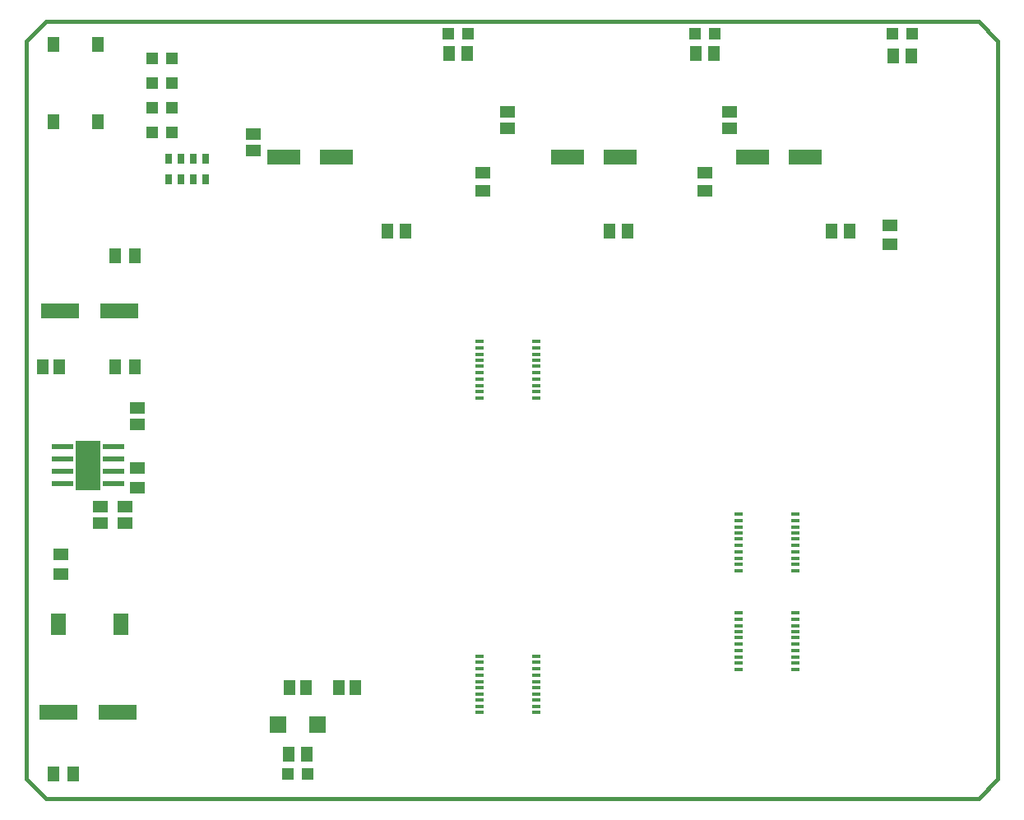
<source format=gtp>
G75*
%MOIN*%
%OFA0B0*%
%FSLAX25Y25*%
%IPPOS*%
%LPD*%
%AMOC8*
5,1,8,0,0,1.08239X$1,22.5*
%
%ADD10C,0.01600*%
%ADD11R,0.04724X0.04724*%
%ADD12R,0.05118X0.05906*%
%ADD13R,0.05906X0.05118*%
%ADD14R,0.13780X0.06299*%
%ADD15R,0.05118X0.06102*%
%ADD16R,0.02953X0.04331*%
%ADD17R,0.08661X0.02362*%
%ADD18R,0.10000X0.20000*%
%ADD19R,0.06299X0.05118*%
%ADD20R,0.05118X0.06299*%
%ADD21R,0.15748X0.06299*%
%ADD22R,0.06299X0.08661*%
%ADD23R,0.03543X0.01378*%
%ADD24R,0.07087X0.06693*%
D10*
X0016500Y0009674D02*
X0024374Y0001800D01*
X0402327Y0001800D01*
X0410201Y0009674D01*
X0410201Y0308887D01*
X0402327Y0316761D01*
X0024374Y0316761D01*
X0016500Y0308887D01*
X0016500Y0308800D02*
X0016500Y0009800D01*
D11*
X0122366Y0011800D03*
X0130634Y0011800D03*
X0075634Y0271800D03*
X0067366Y0271800D03*
X0067366Y0281800D03*
X0075634Y0281800D03*
X0075634Y0291800D03*
X0067366Y0291800D03*
X0067366Y0301800D03*
X0075634Y0301800D03*
X0187366Y0311800D03*
X0195634Y0311800D03*
X0287366Y0311800D03*
X0295634Y0311800D03*
X0367366Y0311800D03*
X0375634Y0311800D03*
D12*
X0375240Y0302800D03*
X0367760Y0302800D03*
X0295240Y0303800D03*
X0287760Y0303800D03*
X0260240Y0231800D03*
X0252760Y0231800D03*
X0170240Y0231800D03*
X0162760Y0231800D03*
X0187760Y0303800D03*
X0195240Y0303800D03*
X0342760Y0231800D03*
X0350240Y0231800D03*
X0149846Y0046800D03*
X0143154Y0046800D03*
X0129846Y0046800D03*
X0123154Y0046800D03*
X0122760Y0019800D03*
X0130240Y0019800D03*
X0029846Y0176800D03*
X0023154Y0176800D03*
D13*
X0061500Y0160146D03*
X0061500Y0153454D03*
X0056500Y0120146D03*
X0056500Y0113454D03*
X0046500Y0113454D03*
X0046500Y0120146D03*
X0201500Y0248060D03*
X0201500Y0255540D03*
X0211500Y0273454D03*
X0211500Y0280146D03*
X0291500Y0255540D03*
X0291500Y0248060D03*
X0301500Y0273454D03*
X0301500Y0280146D03*
X0366500Y0234040D03*
X0366500Y0226560D03*
X0108500Y0264454D03*
X0108500Y0271146D03*
D14*
X0120870Y0261800D03*
X0142130Y0261800D03*
X0235870Y0261800D03*
X0257130Y0261800D03*
X0310870Y0261800D03*
X0332130Y0261800D03*
D15*
X0045358Y0276150D03*
X0027642Y0276150D03*
X0027642Y0307450D03*
X0045358Y0307450D03*
D16*
X0074000Y0261013D03*
X0079000Y0261013D03*
X0084000Y0261013D03*
X0089000Y0261013D03*
X0089000Y0252587D03*
X0084000Y0252587D03*
X0079000Y0252587D03*
X0074000Y0252587D03*
D17*
X0051736Y0144300D03*
X0051736Y0139300D03*
X0051736Y0134300D03*
X0051736Y0129300D03*
X0031264Y0129300D03*
X0031264Y0134300D03*
X0031264Y0139300D03*
X0031264Y0144300D03*
D18*
X0041500Y0136800D03*
D19*
X0061500Y0135737D03*
X0061500Y0127863D03*
X0030500Y0100737D03*
X0030500Y0092863D03*
D20*
X0027563Y0011800D03*
X0035437Y0011800D03*
X0052563Y0176800D03*
X0060437Y0176800D03*
X0060437Y0221800D03*
X0052563Y0221800D03*
D21*
X0054020Y0199438D03*
X0030004Y0199438D03*
X0029492Y0036800D03*
X0053508Y0036800D03*
D22*
X0054689Y0072312D03*
X0029492Y0072312D03*
D23*
X0199984Y0059477D03*
X0199984Y0056918D03*
X0199984Y0054359D03*
X0199984Y0051800D03*
X0199984Y0049241D03*
X0199984Y0046682D03*
X0199984Y0044123D03*
X0199984Y0041741D03*
X0199984Y0039182D03*
X0199984Y0036623D03*
X0223016Y0036623D03*
X0223016Y0039182D03*
X0223016Y0041741D03*
X0223016Y0044123D03*
X0223016Y0046682D03*
X0223016Y0049241D03*
X0223016Y0051800D03*
X0223016Y0054359D03*
X0223016Y0056918D03*
X0223016Y0059477D03*
X0304984Y0059241D03*
X0304984Y0061800D03*
X0304984Y0064359D03*
X0304984Y0066918D03*
X0304984Y0069477D03*
X0304984Y0071859D03*
X0304984Y0074418D03*
X0304984Y0076977D03*
X0304984Y0094123D03*
X0304984Y0096682D03*
X0304984Y0099241D03*
X0304984Y0101800D03*
X0304984Y0104359D03*
X0304984Y0106918D03*
X0304984Y0109477D03*
X0304984Y0111859D03*
X0304984Y0114418D03*
X0304984Y0116977D03*
X0328016Y0116977D03*
X0328016Y0114418D03*
X0328016Y0111859D03*
X0328016Y0109477D03*
X0328016Y0106918D03*
X0328016Y0104359D03*
X0328016Y0101800D03*
X0328016Y0099241D03*
X0328016Y0096682D03*
X0328016Y0094123D03*
X0328016Y0076977D03*
X0328016Y0074418D03*
X0328016Y0071859D03*
X0328016Y0069477D03*
X0328016Y0066918D03*
X0328016Y0064359D03*
X0328016Y0061800D03*
X0328016Y0059241D03*
X0328016Y0056682D03*
X0328016Y0054123D03*
X0304984Y0054123D03*
X0304984Y0056682D03*
X0223016Y0164123D03*
X0223016Y0166682D03*
X0223016Y0169241D03*
X0223016Y0171800D03*
X0223016Y0174359D03*
X0223016Y0176918D03*
X0223016Y0179477D03*
X0223016Y0181859D03*
X0223016Y0184418D03*
X0223016Y0186977D03*
X0199984Y0186977D03*
X0199984Y0184418D03*
X0199984Y0181859D03*
X0199984Y0179477D03*
X0199984Y0176918D03*
X0199984Y0174359D03*
X0199984Y0171800D03*
X0199984Y0169241D03*
X0199984Y0166682D03*
X0199984Y0164123D03*
D24*
X0134571Y0031800D03*
X0118429Y0031800D03*
M02*

</source>
